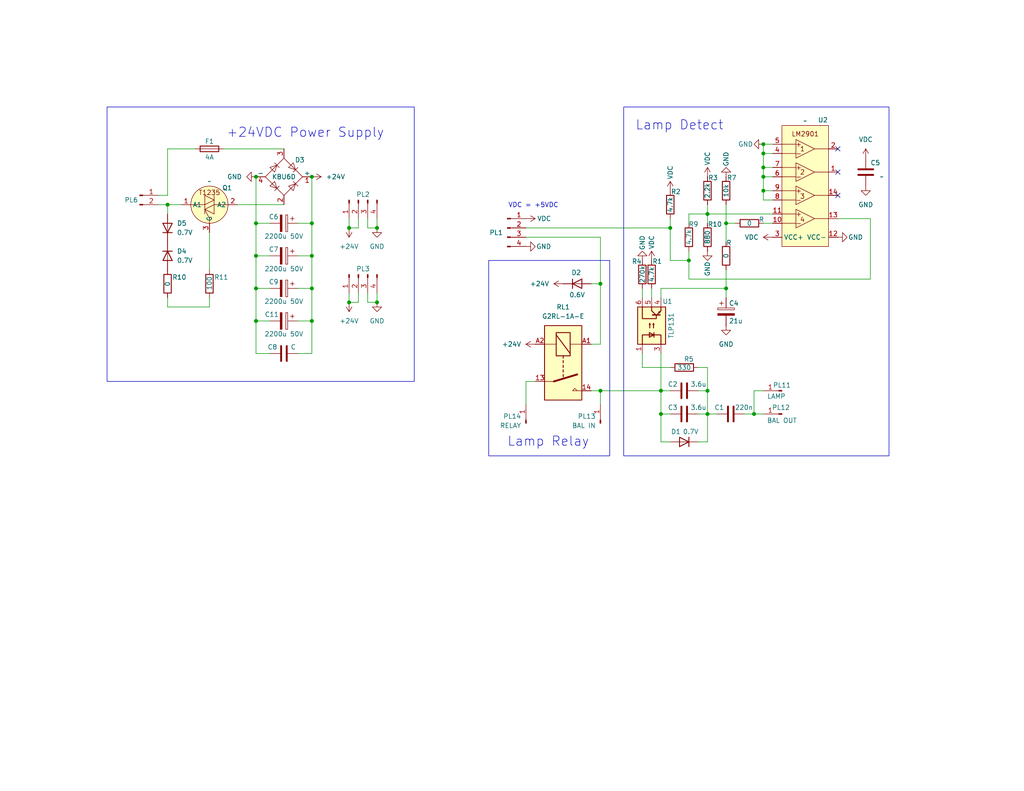
<source format=kicad_sch>
(kicad_sch (version 20231120) (generator "eeschema") (generator_version "8.0")
  (paper "USLetter")
  (title_block (title "smartMAC - Lamp Detect (62006024-A)") (date "2024-06-19") (rev "1") (company "Samtronix"))
  (lib_symbols
    (symbol "Connector:Conn_01x01_Pin" (pin_names (offset 1.016) hide)
      (property "Reference" "J" (at 0 2.54 0))
      (property "Value" "Conn_01x01_Pin" (at 0 -2.54 0))
      (symbol "Conn_01x01_Pin_1_1"
        (polyline (pts (xy 1.27 0) (xy 0.8636 0)) (stroke (width 0.1524)))
        (rectangle (start 0.8636 0.127) (end 0 -0.127) (stroke (width 0.1524)) (fill (type outline)))
        (pin passive line (at 5.08 0 180) (length 3.81) (name "Pin_1") (number "1"))
      )
    )
    (symbol "Connector:Conn_01x02_Pin" (pin_names (offset 1.016) hide)
      (property "Reference" "J" (at 0 2.54 0))
      (property "Value" "Conn_01x02_Pin" (at 0 -5.08 0))
      (symbol "Conn_01x02_Pin_1_1"
        (polyline (pts (xy 1.27 -2.54) (xy 0.8636 -2.54)) (stroke (width 0.1524)))
        (polyline (pts (xy 1.27 0) (xy 0.8636 0)) (stroke (width 0.1524)))
        (rectangle (start 0.8636 -2.413) (end 0 -2.667) (stroke (width 0.1524)) (fill (type outline)))
        (rectangle (start 0.8636 0.127) (end 0 -0.127) (stroke (width 0.1524)) (fill (type outline)))
        (pin passive line (at 5.08 0 180) (length 3.81) (name "Pin_1") (number "1"))
        (pin passive line (at 5.08 -2.54 180) (length 3.81) (name "Pin_2") (number "2"))
      )
    )
    (symbol "Connector:Conn_01x04_Pin" (pin_names (offset 1.016) hide)
      (property "Reference" "J" (at 0 5.08 0))
      (property "Value" "Conn_01x04_Pin" (at 0 -7.62 0))
      (symbol "Conn_01x04_Pin_1_1"
        (polyline (pts (xy 1.27 -5.08) (xy 0.8636 -5.08)) (stroke (width 0.1524)))
        (polyline (pts (xy 1.27 -2.54) (xy 0.8636 -2.54)) (stroke (width 0.1524)))
        (polyline (pts (xy 1.27 0) (xy 0.8636 0)) (stroke (width 0.1524)))
        (polyline (pts (xy 1.27 2.54) (xy 0.8636 2.54)) (stroke (width 0.1524)))
        (rectangle (start 0.8636 -4.953) (end 0 -5.207) (stroke (width 0.1524)) (fill (type outline)))
        (rectangle (start 0.8636 -2.413) (end 0 -2.667) (stroke (width 0.1524)) (fill (type outline)))
        (rectangle (start 0.8636 0.127) (end 0 -0.127) (stroke (width 0.1524)) (fill (type outline)))
        (rectangle (start 0.8636 2.667) (end 0 2.413) (stroke (width 0.1524)) (fill (type outline)))
        (pin passive line (at 5.08 2.54 180) (length 3.81) (name "Pin_1") (number "1"))
        (pin passive line (at 5.08 0 180) (length 3.81) (name "Pin_2") (number "2"))
        (pin passive line (at 5.08 -2.54 180) (length 3.81) (name "Pin_3") (number "3"))
        (pin passive line (at 5.08 -5.08 180) (length 3.81) (name "Pin_4") (number "4"))
      )
    )
    (symbol "Device:C" (pin_numbers hide) (pin_names (offset 0.254))
      (property "Reference" "C" (at 0.635 2.54 0))
      (property "Value" "C" (at 0.635 -2.54 0))
      (symbol "C_0_1"
        (polyline (pts (xy -2.032 -0.762) (xy 2.032 -0.762)) (stroke (width 0.508)))
        (polyline (pts (xy -2.032 0.762) (xy 2.032 0.762)) (stroke (width 0.508)))
      )
      (symbol "C_1_1"
        (pin passive line (at 0 3.81 270) (length 2.794) (name "~") (number "1"))
        (pin passive line (at 0 -3.81 90) (length 2.794) (name "~") (number "2"))
      )
    )
    (symbol "Device:C_Polarized" (pin_numbers hide) (pin_names (offset 0.254))
      (property "Reference" "C" (at 0.635 2.54 0))
      (property "Value" "C_Polarized" (at 0.635 -2.54 0))
      (symbol "C_Polarized_0_1"
        (rectangle (start -2.286 0.508) (end 2.286 1.016))
        (polyline (pts (xy -1.778 2.286) (xy -0.762 2.286)))
        (polyline (pts (xy -1.27 2.794) (xy -1.27 1.778)))
        (rectangle (start 2.286 -0.508) (end -2.286 -1.016) (fill (type outline)))
      )
      (symbol "C_Polarized_1_1"
        (pin passive line (at 0 3.81 270) (length 2.794) (name "~") (number "1"))
        (pin passive line (at 0 -3.81 90) (length 2.794) (name "~") (number "2"))
      )
    )
    (symbol "Device:D" (pin_numbers hide) (pin_names (offset 1.016) hide)
      (property "Reference" "D" (at 0 2.54 0))
      (property "Value" "D" (at 0 -2.54 0))
      (symbol "D_0_1"
        (polyline (pts (xy -1.27 1.27) (xy -1.27 -1.27)) (stroke (width 0.254)))
        (polyline (pts (xy 1.27 0) (xy -1.27 0)))
        (polyline (pts (xy 1.27 1.27) (xy 1.27 -1.27) (xy -1.27 0) (xy 1.27 1.27)) (stroke (width 0.254)))
      )
      (symbol "D_1_1"
        (pin passive line (at -3.81 0 0) (length 2.54) (name "K") (number "1"))
        (pin passive line (at 3.81 0 180) (length 2.54) (name "A") (number "2"))
      )
    )
    (symbol "Device:Fuse" (pin_numbers hide) (pin_names (offset 0))
      (property "Reference" "F" (at 2.032 0 90))
      (property "Value" "Fuse" (at -1.905 0 90))
      (symbol "Fuse_0_1"
        (rectangle (start -0.762 -2.54) (end 0.762 2.54) (stroke (width 0.254)))
        (polyline (pts (xy 0 2.54) (xy 0 -2.54)))
      )
      (symbol "Fuse_1_1"
        (pin passive line (at 0 3.81 270) (length 1.27) (name "~") (number "1"))
        (pin passive line (at 0 -3.81 90) (length 1.27) (name "~") (number "2"))
      )
    )
    (symbol "Device:R" (pin_numbers hide) (pin_names (offset 0))
      (property "Reference" "R" (at 2.032 0 90))
      (property "Value" "R" (at 0 0 90))
      (symbol "R_0_1"
        (rectangle (start -1.016 -2.54) (end 1.016 2.54) (stroke (width 0.254)))
      )
      (symbol "R_1_1"
        (pin passive line (at 0 3.81 270) (length 1.27) (name "~") (number "1"))
        (pin passive line (at 0 -3.81 90) (length 1.27) (name "~") (number "2"))
      )
    )
    (symbol "Diode_Bridge:KBU6D" (pin_names (offset 0))
      (property "Reference" "D" (at 2.54 6.985 0))
      (property "Value" "KBU6D" (at 2.54 5.08 0))
      (symbol "KBU6D_0_1"
        (polyline (pts (xy -2.54 3.81) (xy -1.27 2.54)))
        (polyline (pts (xy -1.27 -2.54) (xy -2.54 -3.81)))
        (polyline (pts (xy 2.54 -1.27) (xy 3.81 -2.54)))
        (polyline (pts (xy 2.54 1.27) (xy 3.81 2.54)))
        (polyline (pts (xy -3.81 2.54) (xy -2.54 1.27) (xy -1.905 3.175) (xy -3.81 2.54)))
        (polyline (pts (xy -2.54 -1.27) (xy -3.81 -2.54) (xy -1.905 -3.175) (xy -2.54 -1.27)))
        (polyline (pts (xy 1.27 2.54) (xy 2.54 3.81) (xy 3.175 1.905) (xy 1.27 2.54)))
        (polyline (pts (xy 3.175 -1.905) (xy 1.27 -2.54) (xy 2.54 -3.81) (xy 3.175 -1.905)))
        (polyline (pts (xy -5.08 0) (xy 0 -5.08) (xy 5.08 0) (xy 0 5.08) (xy -5.08 0)))
      )
      (symbol "KBU6D_1_1"
        (pin passive line (at 7.62 0 180) (length 2.54) (name "+") (number "1"))
        (pin passive line (at 0 -7.62 90) (length 2.54) (name "~") (number "2"))
        (pin passive line (at 0 7.62 270) (length 2.54) (name "~") (number "3"))
        (pin passive line (at -7.62 0 0) (length 2.54) (name "-") (number "4"))
      )
    )
    (symbol "Isolator:TLP131" (pin_names (offset 1.016))
      (property "Reference" "U" (at -5.207 4.826 0))
      (property "Value" "TLP131" (at -5.08 -5.08 0))
      (symbol "TLP131_0_1"
        (rectangle (start -5.08 3.81) (end 5.08 -3.81) (stroke (width 0.254)) (fill (type background)))
        (polyline (pts (xy -3.175 -0.635) (xy -1.905 -0.635)) (stroke (width 0.254)))
        (polyline (pts (xy 2.921 -1.397) (xy 4.064 -2.54)) (stroke (width 0.254)))
        (polyline (pts (xy 2.921 -1.143) (xy 4.064 0)) (stroke (width 0.254)))
        (polyline (pts (xy 4.064 -2.54) (xy 5.08 -2.54)) (stroke (width 0.254)))
        (polyline (pts (xy 5.08 0) (xy 4.064 0)) (stroke (width 0.254)))
        (polyline (pts (xy 2.921 -0.254) (xy 2.921 -2.286) (xy 2.921 -2.286)) (stroke (width 0.3556)))
        (polyline (pts (xy -5.08 -2.54) (xy -2.54 -2.54) (xy -2.54 2.54) (xy -5.08 2.54)) (stroke (width 0.254)))
        (polyline (pts (xy -2.54 -0.635) (xy -3.175 0.635) (xy -1.905 0.635) (xy -2.54 -0.635)) (stroke (width 0.254)))
        (polyline (pts (xy 2.921 -1.27) (xy 1.905 -1.27) (xy 1.905 2.54) (xy 5.08 2.54)) (stroke (width 0.254)))
        (polyline (pts (xy 3.937 -2.413) (xy 3.683 -1.905) (xy 3.429 -2.159) (xy 3.937 -2.413)) (stroke (width 0.254)))
        (polyline (pts (xy -0.635 -0.508) (xy 0.635 -0.508) (xy 0.254 -0.635) (xy 0.254 -0.381) (xy 0.635 -0.508)) (stroke (width 0.254)))
        (polyline (pts (xy -0.635 0.508) (xy 0.635 0.508) (xy 0.254 0.381) (xy 0.254 0.635) (xy 0.635 0.508)) (stroke (width 0.254)))
      )
      (symbol "TLP131_1_1"
        (pin passive line (at -7.62 2.54 0) (length 2.54) (name "~") (number "1"))
        (pin passive line (at -7.62 -2.54 0) (length 2.54) (name "~") (number "3"))
        (pin passive line (at 7.62 -2.54 180) (length 2.54) (name "~") (number "4"))
        (pin open_collector line (at 7.62 0 180) (length 2.54) (name "~") (number "5"))
        (pin passive line (at 7.62 2.54 180) (length 2.54) (name "~") (number "6"))
      )
    )
    (symbol "Relay:G2RL-1A-E"
      (property "Reference" "K" (at 11.43 3.81 0))
      (property "Value" "G2RL-1A-E" (at 11.43 1.27 0))
      (symbol "G2RL-1A-E_0_0"
        (polyline (pts (xy 7.62 5.08) (xy 7.62 2.54) (xy 6.985 3.175) (xy 7.62 3.81)))
      )
      (symbol "G2RL-1A-E_0_1"
        (rectangle (start -10.16 5.08) (end 10.16 -5.08) (stroke (width 0.254)) (fill (type background)))
        (rectangle (start -8.255 1.905) (end -1.905 -1.905) (stroke (width 0.254)))
        (polyline (pts (xy -7.62 -1.905) (xy -2.54 1.905)) (stroke (width 0.254)))
        (polyline (pts (xy -5.08 -5.08) (xy -5.08 -1.905)))
        (polyline (pts (xy -5.08 5.08) (xy -5.08 1.905)))
        (polyline (pts (xy -1.905 0) (xy -1.27 0)) (stroke (width 0.254)))
        (polyline (pts (xy -0.635 0) (xy 0 0)) (stroke (width 0.254)))
        (polyline (pts (xy 0.635 0) (xy 1.27 0)) (stroke (width 0.254)))
        (polyline (pts (xy 1.905 0) (xy 2.54 0)) (stroke (width 0.254)))
        (polyline (pts (xy 3.175 0) (xy 3.81 0)) (stroke (width 0.254)))
        (polyline (pts (xy 5.08 -2.54) (xy 3.175 3.81)) (stroke (width 0.508)))
        (polyline (pts (xy 5.08 -2.54) (xy 5.08 -5.08)))
      )
      (symbol "G2RL-1A-E_1_1"
        (pin passive line (at 5.08 -7.62 90) (length 2.54) (name "~") (number "13"))
        (pin passive line (at 7.62 7.62 270) (length 2.54) (name "~") (number "14"))
        (pin passive line (at -5.08 7.62 270) (length 2.54) (name "~") (number "A1"))
        (pin passive line (at -5.08 -7.62 90) (length 2.54) (name "~") (number "A2"))
      )
    )
    (symbol "power:+12V" (power) (pin_numbers hide) (pin_names (offset 0) hide)
      (property "Value" "+12V" (at 0 3.556 0))
      (symbol "+12V_0_1"
        (polyline (pts (xy -0.762 1.27) (xy 0 2.54)))
        (polyline (pts (xy 0 0) (xy 0 2.54)))
        (polyline (pts (xy 0 2.54) (xy 0.762 1.27)))
      )
      (symbol "+12V_1_1"
        (pin power_in line (at 0 0 90) (length 0) (name "~") (number "1"))
      )
    )
    (symbol "power:GND" (power) (pin_numbers hide) (pin_names (offset 0) hide)
      (property "Value" "GND" (at 0 -3.81 0))
      (symbol "GND_0_1"
        (polyline (pts (xy 0 0) (xy 0 -1.27) (xy 1.27 -1.27) (xy 0 -2.54) (xy -1.27 -1.27) (xy 0 -1.27)))
      )
      (symbol "GND_1_1"
        (pin power_in line (at 0 0 270) (length 0) (name "~") (number "1"))
      )
    )
    (symbol "power:VDC" (power) (pin_numbers hide) (pin_names (offset 0) hide)
      (property "Value" "VDC" (at 0 3.556 0))
      (symbol "VDC_0_1"
        (polyline (pts (xy -0.762 1.27) (xy 0 2.54)))
        (polyline (pts (xy 0 0) (xy 0 2.54)))
        (polyline (pts (xy 0 2.54) (xy 0.762 1.27)))
      )
      (symbol "VDC_1_1"
        (pin power_in line (at 0 0 90) (length 0) (name "~") (number "1"))
      )
    )
    (symbol "samtronix:LM2901"
      (property "Reference" "U" (at 4.064 18.034 0))
      (symbol "LM2901_1_1"
        (rectangle (start -6.35 16.51) (end 6.35 -16.51) (fill (type background)))
        (polyline (pts (xy -6.35 -10.16) (xy -2.54 -10.16)))
        (polyline (pts (xy -6.35 -7.62) (xy -2.54 -7.62)))
        (polyline (pts (xy -6.35 -3.81) (xy -2.54 -3.81)))
        (polyline (pts (xy -6.35 -1.27) (xy -2.54 -1.27)))
        (polyline (pts (xy -6.35 2.54) (xy -2.54 2.54)))
        (polyline (pts (xy -6.35 5.08) (xy -2.54 5.08)))
        (polyline (pts (xy -6.35 8.89) (xy -2.54 8.89)))
        (polyline (pts (xy -6.35 11.43) (xy -2.54 11.43)))
        (polyline (pts (xy 6.35 -8.89) (xy 2.54 -8.89)))
        (polyline (pts (xy 6.35 -2.54) (xy 2.54 -2.54)))
        (polyline (pts (xy 6.35 3.81) (xy 2.54 3.81)))
        (polyline (pts (xy 6.35 10.16) (xy 2.54 10.16)))
        (polyline (pts (xy -2.54 -6.35) (xy -2.54 -11.43) (xy 2.54 -8.89) (xy -2.54 -6.35)) (fill (type background)))
        (polyline (pts (xy -2.54 0) (xy -2.54 -5.08) (xy 2.54 -2.54) (xy -2.54 0)) (fill (type background)))
        (polyline (pts (xy -2.54 6.35) (xy -2.54 1.27) (xy 2.54 3.81) (xy -2.54 6.35)) (fill (type background)))
        (polyline (pts (xy -2.54 12.7) (xy -2.54 7.62) (xy 2.54 10.16) (xy -2.54 12.7)) (fill (type background)))
        (text "+" (at -1.778 -7.62 0) (effects (font (size 1.27 1.27))))
        (text "+" (at -1.778 -1.27 0) (effects (font (size 1.27 1.27))))
        (text "+" (at -1.778 5.08 0) (effects (font (size 1.27 1.27))))
        (text "+" (at -1.778 11.43 0) (effects (font (size 1.27 1.27))))
        (text "-" (at -1.778 -10.16 0) (effects (font (size 1.27 1.27))))
        (text "-" (at -1.778 -3.81 0) (effects (font (size 1.27 1.27))))
        (text "-" (at -1.778 2.54 0) (effects (font (size 1.27 1.27))))
        (text "-" (at -1.778 8.89 0) (effects (font (size 1.27 1.27))))
        (text "1" (at -0.762 10.16 0) (effects (font (size 1.27 1.27))))
        (text "2" (at -0.762 3.81 0) (effects (font (size 1.27 1.27))))
        (text "3" (at -0.762 -2.794 0) (effects (font (size 1.27 1.27))))
        (text "4" (at -0.762 -9.144 0) (effects (font (size 1.27 1.27))))
        (text "LM2901" (at 0 14.224 0) (effects (font (size 1.27 1.27))))
        (pin output line (at 8.89 3.81 180) (length 2.54) (name "") (number "1"))
        (pin input line (at -8.89 -10.16 0) (length 2.54) (name "") (number "10"))
        (pin input line (at -8.89 -7.62 0) (length 2.54) (name "") (number "11"))
        (pin power_in line (at 8.89 -13.97 180) (length 2.54) (name "VCC-") (number "12"))
        (pin output line (at 8.89 -8.89 180) (length 2.54) (name "") (number "13"))
        (pin output line (at 8.89 -2.54 180) (length 2.54) (name "") (number "14"))
        (pin output line (at 8.89 10.16 180) (length 2.54) (name "") (number "2"))
        (pin power_in line (at -8.89 -13.97 0) (length 2.54) (name "VCC+") (number "3"))
        (pin input line (at -8.89 8.89 0) (length 2.54) (name "") (number "4"))
        (pin input line (at -8.89 11.43 0) (length 2.54) (name "") (number "5"))
        (pin input line (at -8.89 2.54 0) (length 2.54) (name "") (number "6"))
        (pin input line (at -8.89 5.08 0) (length 2.54) (name "") (number "7"))
        (pin input line (at -8.89 -3.81 0) (length 2.54) (name "") (number "8"))
        (pin input line (at -8.89 -1.27 0) (length 2.54) (name "") (number "9"))
      )
    )
    (symbol "samtronix:T1235"
      (property "Reference" "Q" (at 4.572 4.826 0))
      (symbol "T1235_0_1"
        (polyline (pts (xy -5.08 0) (xy -1.27 0)))
        (polyline (pts (xy -1.27 0) (xy -1.27 -2.54)))
        (polyline (pts (xy 0 -5.08) (xy 0 -3.81)))
        (polyline (pts (xy 0 -3.81) (xy -1.27 -1.27)))
        (polyline (pts (xy 1.27 2.54) (xy 1.27 0)))
        (polyline (pts (xy 5.08 0) (xy 1.27 0)))
        (polyline (pts (xy -1.27 -1.27) (xy 1.27 0) (xy 1.27 -2.54) (xy -1.27 -1.27)))
        (polyline (pts (xy -1.27 2.54) (xy -1.27 0) (xy 1.27 1.27) (xy -1.27 2.54)))
      )
      (symbol "T1235_1_1"
        (circle (center 0 0) (radius 5.08) (fill (type background)))
        (text "T1235" (at 0 3.302 0) (effects (font (size 1.27 1.27))))
        (pin bidirectional line (at -7.62 0 0) (length 2.54) (name "A1") (number "1"))
        (pin bidirectional line (at 7.62 0 180) (length 2.54) (name "A2") (number "2"))
        (pin bidirectional line (at 0 -7.62 90) (length 2.54) (name "G") (number "3"))
      )
    )
  )
  (junction (at 180.34 113.03))
  (junction (at 208.28 52.07))
  (junction (at 69.85 78.74))
  (junction (at 208.28 45.72))
  (junction (at 95.25 82.55))
  (junction (at 208.28 39.37))
  (junction (at 163.83 77.47))
  (junction (at 85.09 78.74))
  (junction (at 85.09 69.85))
  (junction (at 208.28 41.91))
  (junction (at 95.25 62.23))
  (junction (at 205.74 113.03))
  (junction (at 198.12 60.96))
  (junction (at 85.09 48.26))
  (junction (at 187.96 71.12))
  (junction (at 208.28 48.26))
  (junction (at 193.04 113.03))
  (junction (at 102.87 82.55))
  (junction (at 45.72 55.88))
  (junction (at 85.09 60.96))
  (junction (at 102.87 62.23))
  (junction (at 163.83 106.68))
  (junction (at 69.85 69.85))
  (junction (at 182.88 62.23))
  (junction (at 180.34 106.68))
  (junction (at 198.12 78.74))
  (junction (at 193.04 58.42))
  (junction (at 69.85 87.63))
  (junction (at 69.85 60.96))
  (junction (at 85.09 87.63))
  (junction (at 69.85 48.26))
  (junction (at 193.04 106.68))
  (no_connect (at 228.6 46.99))
  (no_connect (at 228.6 40.64))
  (no_connect (at 228.6 53.34))
  (wire (pts (xy 210.82 41.91) (xy 208.28 41.91)))
  (wire (pts (xy 43.18 55.88) (xy 45.72 55.88)))
  (wire (pts (xy 146.05 104.14) (xy 143.51 104.14)))
  (wire (pts (xy 190.5 113.03) (xy 193.04 113.03)))
  (wire (pts (xy 208.28 52.07) (xy 208.28 54.61)))
  (wire (pts (xy 203.2 113.03) (xy 205.74 113.03)))
  (wire (pts (xy 161.29 93.98) (xy 163.83 93.98)))
  (wire (pts (xy 182.88 113.03) (xy 180.34 113.03)))
  (wire (pts (xy 95.25 80.01) (xy 95.25 82.55)))
  (wire (pts (xy 187.96 71.12) (xy 187.96 68.58)))
  (wire (pts (xy 187.96 60.96) (xy 187.96 58.42)))
  (wire (pts (xy 85.09 69.85) (xy 85.09 78.74)))
  (wire (pts (xy 97.79 59.69) (xy 97.79 62.23)))
  (wire (pts (xy 180.34 120.65) (xy 180.34 113.03)))
  (wire (pts (xy 180.34 113.03) (xy 180.34 106.68)))
  (wire (pts (xy 81.28 96.52) (xy 85.09 96.52)))
  (wire (pts (xy 205.74 113.03) (xy 208.28 113.03)))
  (wire (pts (xy 210.82 45.72) (xy 208.28 45.72)))
  (wire (pts (xy 81.28 78.74) (xy 85.09 78.74)))
  (wire (pts (xy 69.85 69.85) (xy 69.85 78.74)))
  (wire (pts (xy 81.28 60.96) (xy 85.09 60.96)))
  (wire (pts (xy 182.88 120.65) (xy 180.34 120.65)))
  (wire (pts (xy 69.85 69.85) (xy 73.66 69.85)))
  (wire (pts (xy 180.34 96.52) (xy 180.34 106.68)))
  (wire (pts (xy 190.5 120.65) (xy 193.04 120.65)))
  (wire (pts (xy 69.85 60.96) (xy 73.66 60.96)))
  (wire (pts (xy 208.28 52.07) (xy 208.28 48.26)))
  (wire (pts (xy 60.96 40.64) (xy 77.47 40.64)))
  (wire (pts (xy 100.33 62.23) (xy 102.87 62.23)))
  (wire (pts (xy 198.12 55.88) (xy 198.12 60.96)))
  (wire (pts (xy 187.96 71.12) (xy 187.96 76.2)))
  (wire (pts (xy 208.28 60.96) (xy 210.82 60.96)))
  (wire (pts (xy 187.96 76.2) (xy 237.49 76.2)))
  (wire (pts (xy 45.72 40.64) (xy 53.34 40.64)))
  (wire (pts (xy 57.15 63.5) (xy 57.15 73.66)))
  (wire (pts (xy 182.88 59.69) (xy 182.88 62.23)))
  (wire (pts (xy 45.72 81.28) (xy 45.72 83.82)))
  (wire (pts (xy 208.28 39.37) (xy 210.82 39.37)))
  (wire (pts (xy 45.72 40.64) (xy 45.72 53.34)))
  (wire (pts (xy 163.83 106.68) (xy 180.34 106.68)))
  (wire (pts (xy 161.29 106.68) (xy 163.83 106.68)))
  (wire (pts (xy 81.28 69.85) (xy 85.09 69.85)))
  (wire (pts (xy 180.34 78.74) (xy 180.34 81.28)))
  (wire (pts (xy 198.12 60.96) (xy 198.12 66.04)))
  (wire (pts (xy 102.87 80.01) (xy 102.87 82.55)))
  (wire (pts (xy 45.72 83.82) (xy 57.15 83.82)))
  (wire (pts (xy 45.72 55.88) (xy 49.53 55.88)))
  (wire (pts (xy 182.88 100.33) (xy 175.26 100.33)))
  (wire (pts (xy 205.74 106.68) (xy 205.74 113.03)))
  (wire (pts (xy 45.72 55.88) (xy 45.72 58.42)))
  (wire (pts (xy 85.09 78.74) (xy 85.09 87.63)))
  (wire (pts (xy 198.12 78.74) (xy 198.12 73.66)))
  (wire (pts (xy 64.77 55.88) (xy 77.47 55.88)))
  (wire (pts (xy 237.49 59.69) (xy 237.49 76.2)))
  (wire (pts (xy 175.26 81.28) (xy 175.26 78.74)))
  (wire (pts (xy 97.79 82.55) (xy 95.25 82.55)))
  (wire (pts (xy 69.85 78.74) (xy 69.85 87.63)))
  (wire (pts (xy 187.96 58.42) (xy 193.04 58.42)))
  (wire (pts (xy 97.79 62.23) (xy 95.25 62.23)))
  (wire (pts (xy 143.51 62.23) (xy 182.88 62.23)))
  (wire (pts (xy 85.09 96.52) (xy 85.09 87.63)))
  (wire (pts (xy 208.28 106.68) (xy 205.74 106.68)))
  (wire (pts (xy 193.04 113.03) (xy 195.58 113.03)))
  (wire (pts (xy 228.6 59.69) (xy 237.49 59.69)))
  (wire (pts (xy 193.04 55.88) (xy 193.04 58.42)))
  (wire (pts (xy 100.33 82.55) (xy 102.87 82.55)))
  (wire (pts (xy 182.88 62.23) (xy 182.88 71.12)))
  (wire (pts (xy 208.28 41.91) (xy 208.28 39.37)))
  (wire (pts (xy 43.18 53.34) (xy 45.72 53.34)))
  (wire (pts (xy 193.04 120.65) (xy 193.04 113.03)))
  (wire (pts (xy 198.12 60.96) (xy 200.66 60.96)))
  (wire (pts (xy 190.5 106.68) (xy 193.04 106.68)))
  (wire (pts (xy 210.82 52.07) (xy 208.28 52.07)))
  (wire (pts (xy 85.09 60.96) (xy 85.09 69.85)))
  (wire (pts (xy 69.85 78.74) (xy 73.66 78.74)))
  (wire (pts (xy 190.5 100.33) (xy 193.04 100.33)))
  (wire (pts (xy 208.28 45.72) (xy 208.28 41.91)))
  (wire (pts (xy 161.29 77.47) (xy 163.83 77.47)))
  (wire (pts (xy 208.28 48.26) (xy 208.28 45.72)))
  (wire (pts (xy 175.26 100.33) (xy 175.26 96.52)))
  (wire (pts (xy 85.09 87.63) (xy 81.28 87.63)))
  (wire (pts (xy 193.04 58.42) (xy 210.82 58.42)))
  (wire (pts (xy 85.09 48.26) (xy 85.09 60.96)))
  (wire (pts (xy 97.79 80.01) (xy 97.79 82.55)))
  (wire (pts (xy 163.83 93.98) (xy 163.83 77.47)))
  (wire (pts (xy 100.33 59.69) (xy 100.33 62.23)))
  (wire (pts (xy 210.82 48.26) (xy 208.28 48.26)))
  (wire (pts (xy 208.28 54.61) (xy 210.82 54.61)))
  (wire (pts (xy 69.85 87.63) (xy 73.66 87.63)))
  (wire (pts (xy 73.66 96.52) (xy 69.85 96.52)))
  (wire (pts (xy 182.88 71.12) (xy 187.96 71.12)))
  (wire (pts (xy 180.34 78.74) (xy 198.12 78.74)))
  (wire (pts (xy 177.8 78.74) (xy 177.8 81.28)))
  (wire (pts (xy 69.85 87.63) (xy 69.85 96.52)))
  (wire (pts (xy 193.04 100.33) (xy 193.04 106.68)))
  (wire (pts (xy 163.83 106.68) (xy 163.83 110.49)))
  (wire (pts (xy 69.85 48.26) (xy 69.85 60.96)))
  (wire (pts (xy 198.12 78.74) (xy 198.12 81.28)))
  (wire (pts (xy 193.04 58.42) (xy 193.04 60.96)))
  (wire (pts (xy 95.25 59.69) (xy 95.25 62.23)))
  (wire (pts (xy 69.85 60.96) (xy 69.85 69.85)))
  (wire (pts (xy 102.87 59.69) (xy 102.87 62.23)))
  (wire (pts (xy 57.15 81.28) (xy 57.15 83.82)))
  (wire (pts (xy 180.34 106.68) (xy 182.88 106.68)))
  (wire (pts (xy 163.83 64.77) (xy 143.51 64.77)))
  (wire (pts (xy 193.04 106.68) (xy 193.04 113.03)))
  (wire (pts (xy 143.51 104.14) (xy 143.51 110.49)))
  (wire (pts (xy 163.83 64.77) (xy 163.83 77.47)))
  (wire (pts (xy 100.33 80.01) (xy 100.33 82.55)))
  (rectangle (start 113.03 91.44) (end 113.03 91.44))
  (rectangle (start 133.35 71.12) (end 166.37 124.46))
  (rectangle (start 170.18 29.21) (end 242.57 124.46))
  (rectangle (start 29.21 29.21) (end 113.03 104.14))
  (text "Lamp Relay" (at 149.606 120.65 0) (effects (font (size 2.54 2.54))))
  (text "Lamp Detect" (at 185.42 34.29 0) (effects (font (size 2.54 2.54))))
  (text "VDC = +5VDC" (at 145.542 56.134 0) (effects (font (size 1.27 1.27))))
  (text "+24VDC Power Supply" (at 83.312 36.322 0) (effects (font (size 2.54 2.54))))
  (symbol (lib_id "Connector:Conn_01x01_Pin") (at 213.36 106.68 180) (unit 1)
    (property "Reference" "PL11" (at 213.36 105.156 0))
    (property "Value" "LAMP" (at 211.836 108.204 0))
    (property "Description" "Generic connector, single row, 01x01, script generated" (effects (hide yes)))
  )
  (symbol (lib_id "power:VDC") (at 193.04 48.26 0) (unit 1)
    (property "Reference" "#PWR021" (effects (hide yes)))
    (property "Value" "VDC" (at 193.04 45.212 90) (effects (justify left)))
    (property "Description" "Power symbol creates a global label with name \"VDC\"" (effects (hide yes)))
  )
  (symbol (lib_id "Connector:Conn_01x01_Pin") (at 163.83 115.57 270) (mirror x) (unit 1)
    (property "Reference" "PL13" (at 162.56 113.6649 90) (effects (justify right)))
    (property "Value" "BAL IN" (at 162.56 116.2049 90) (effects (justify right)))
    (property "Description" "Generic connector, single row, 01x01, script generated" (effects (hide yes)))
  )
  (symbol (lib_id "Device:D") (at 45.72 62.23 90) (unit 1)
    (property "Reference" "D5" (at 48.26 60.9599 90) (effects (justify right)))
    (property "Value" "0.7V" (at 48.26 63.4999 90) (effects (justify right)))
    (property "Description" "Diode" (effects (hide yes)))
    (property "Sim.Device" "D" (effects (hide yes)))
    (property "Sim.Pins" "1=K 2=A" (effects (hide yes)))
  )
  (symbol (lib_id "Device:D") (at 157.48 77.47 0) (unit 1)
    (property "Reference" "D2" (at 157.226 74.422 0))
    (property "Value" "0.6V" (at 157.48 80.518 0))
    (property "Description" "Diode" (effects (hide yes)))
    (property "Sim.Device" "D" (effects (hide yes)))
    (property "Sim.Pins" "1=K 2=A" (effects (hide yes)))
  )
  (symbol (lib_id "Connector:Conn_01x01_Pin") (at 143.51 115.57 270) (mirror x) (unit 1)
    (property "Reference" "PL14" (at 142.24 113.6649 90) (effects (justify right)))
    (property "Value" "RELAY" (at 142.24 116.2049 90) (effects (justify right)))
    (property "Description" "Generic connector, single row, 01x01, script generated" (effects (hide yes)))
  )
  (symbol (lib_id "Device:C_Polarized") (at 77.47 60.96 270) (unit 1)
    (property "Reference" "C6" (at 74.676 59.182 90))
    (property "Value" "2200u 50V" (at 77.47 64.516 90))
    (property "Description" "Polarized capacitor" (effects (hide yes)))
  )
  (symbol (lib_id "samtronix:LM2901") (at 219.71 50.8 0) (unit 1)
    (property "Reference" "U2" (at 224.536 32.766 0))
    (property "Value" "~" (at 219.71 33.02 0))
  )
  (symbol (lib_id "Device:R") (at 204.47 60.96 90) (unit 1)
    (property "Reference" "R" (at 207.772 59.944 90))
    (property "Value" "0" (at 204.47 60.96 90))
    (property "Description" "Resistor" (effects (hide yes)))
  )
  (symbol (lib_id "power:+12V") (at 95.25 82.55 180) (unit 1)
    (property "Reference" "#PWR05" (effects (hide yes)))
    (property "Value" "+24V" (at 95.25 87.63 0))
    (property "Description" "Power symbol creates a global label with name \"+12V\"" (effects (hide yes)))
  )
  (symbol (lib_id "Device:R") (at 198.12 69.85 180) (unit 1)
    (property "Reference" "R" (at 198.882 66.294 0))
    (property "Value" "0" (at 198.12 69.85 90))
    (property "Description" "Resistor" (effects (hide yes)))
  )
  (symbol (lib_id "power:GND") (at 228.6 64.77 90) (unit 1)
    (property "Reference" "#PWR016" (effects (hide yes)))
    (property "Value" "GND" (at 231.394 64.77 90) (effects (justify right)))
    (property "Description" "Power symbol creates a global label with name \"GND\" , ground" (effects (hide yes)))
  )
  (symbol (lib_id "power:GND") (at 143.51 67.31 90) (unit 1)
    (property "Reference" "#PWR019" (effects (hide yes)))
    (property "Value" "GND" (at 146.304 67.31 90) (effects (justify right)))
    (property "Description" "Power symbol creates a global label with name \"GND\" , ground" (effects (hide yes)))
  )
  (symbol (lib_id "Connector:Conn_01x04_Pin") (at 97.79 74.93 90) (mirror x) (unit 1)
    (property "Reference" "PL3" (at 99.06 73.406 90))
    (property "Value" "Conn_01x04_Pin" (effects (hide yes)))
    (property "Description" "Generic connector, single row, 01x04, script generated" (effects (hide yes)))
  )
  (symbol (lib_id "Device:C") (at 199.39 113.03 90) (unit 1)
    (property "Reference" "C1" (at 197.612 111.252 90) (effects (justify left)))
    (property "Value" "220n" (at 205.486 111.252 90) (effects (justify left)))
    (property "Description" "Unpolarized capacitor" (effects (hide yes)))
  )
  (symbol (lib_id "power:GND") (at 198.12 48.26 180) (unit 1)
    (property "Reference" "#PWR018" (effects (hide yes)))
    (property "Value" "GND" (at 198.12 45.466 90) (effects (justify right)))
    (property "Description" "Power symbol creates a global label with name \"GND\" , ground" (effects (hide yes)))
  )
  (symbol (lib_id "Diode_Bridge:KBU6D") (at 77.47 48.26 0) (unit 1)
    (property "Reference" "D3" (at 81.788 43.688 0))
    (property "Value" "KBU6D" (at 77.47 48.26 0))
    (property "Footprint" "Diode_THT:Diode_Bridge_Vishay_KBU" (effects (hide yes)))
    (property "Datasheet" "http://www.vishay.com/docs/88656/kbu6.pdf" (effects (hide yes)))
    (property "Description" "Single-Phase Bridge Rectifier, 140V Vrms, 6.0A If, KBU package" (effects (hide yes)))
  )
  (symbol (lib_id "power:VDC") (at 177.8 71.12 0) (unit 1)
    (property "Reference" "#PWR022" (effects (hide yes)))
    (property "Value" "VDC" (at 177.8 68.072 90) (effects (justify left)))
    (property "Description" "Power symbol creates a global label with name \"VDC\"" (effects (hide yes)))
  )
  (symbol (lib_id "Connector:Conn_01x04_Pin") (at 138.43 62.23 0) (unit 1)
    (property "Reference" "PL1" (at 135.382 63.5 0))
    (property "Value" "Conn_01x04_Pin" (effects (hide yes)))
    (property "Description" "Generic connector, single row, 01x04, script generated" (effects (hide yes)))
  )
  (symbol (lib_id "Device:R") (at 57.15 77.47 0) (unit 1)
    (property "Reference" "R11" (at 58.42 75.692 0) (effects (justify left)))
    (property "Value" "100" (at 57.15 79.248 90) (effects (justify left)))
    (property "Description" "Resistor" (effects (hide yes)))
  )
  (symbol (lib_id "power:VDC") (at 210.82 64.77 90) (unit 1)
    (property "Reference" "#PWR09" (effects (hide yes)))
    (property "Value" "VDC" (at 207.01 64.7699 90) (effects (justify left)))
    (property "Description" "Power symbol creates a global label with name \"VDC\"" (effects (hide yes)))
  )
  (symbol (lib_id "power:GND") (at 198.12 88.9 0) (unit 1)
    (property "Reference" "#PWR014" (effects (hide yes)))
    (property "Value" "GND" (at 198.12 93.98 0))
    (property "Description" "Power symbol creates a global label with name \"GND\" , ground" (effects (hide yes)))
  )
  (symbol (lib_id "Device:R") (at 193.04 52.07 0) (unit 1)
    (property "Reference" "R3" (at 194.564 48.514 0))
    (property "Value" "2.2k" (at 193.04 52.07 90))
    (property "Description" "Resistor" (effects (hide yes)))
  )
  (symbol (lib_id "power:GND") (at 102.87 82.55 0) (unit 1)
    (property "Reference" "#PWR06" (effects (hide yes)))
    (property "Value" "GND" (at 102.87 87.63 0))
    (property "Description" "Power symbol creates a global label with name \"GND\" , ground" (effects (hide yes)))
  )
  (symbol (lib_id "Device:C_Polarized") (at 77.47 87.63 270) (unit 1)
    (property "Reference" "C11" (at 74.168 85.852 90))
    (property "Value" "2200u 50V" (at 77.47 91.186 90))
    (property "Description" "Polarized capacitor" (effects (hide yes)))
  )
  (symbol (lib_id "power:VDC") (at 143.51 59.69 270) (unit 1)
    (property "Reference" "#PWR07" (effects (hide yes)))
    (property "Value" "VDC" (at 146.558 59.69 90) (effects (justify left)))
    (property "Description" "Power symbol creates a global label with name \"VDC\"" (effects (hide yes)))
  )
  (symbol (lib_id "Device:Fuse") (at 57.15 40.64 90) (unit 1)
    (property "Reference" "F1" (at 57.15 38.608 90))
    (property "Value" "4A" (at 57.15 42.926 90))
    (property "Description" "Fuse" (effects (hide yes)))
  )
  (symbol (lib_id "Device:C") (at 77.47 96.52 90) (unit 1)
    (property "Reference" "C8" (at 75.692 94.742 90) (effects (justify left)))
    (property "Value" "C" (at 80.772 94.742 90) (effects (justify left)))
    (property "Description" "Unpolarized capacitor" (effects (hide yes)))
  )
  (symbol (lib_id "Device:D") (at 186.69 120.65 180) (unit 1)
    (property "Reference" "D1" (at 184.404 117.856 0))
    (property "Value" "0.7V" (at 188.468 117.856 0))
    (property "Description" "Diode" (effects (hide yes)))
    (property "Sim.Device" "D" (effects (hide yes)))
    (property "Sim.Pins" "1=K 2=A" (effects (hide yes)))
  )
  (symbol (lib_id "power:+12V") (at 95.25 62.23 180) (unit 1)
    (property "Reference" "#PWR03" (effects (hide yes)))
    (property "Value" "+24V" (at 95.25 67.31 0))
    (property "Description" "Power symbol creates a global label with name \"+12V\"" (effects (hide yes)))
  )
  (symbol (lib_id "Device:R") (at 182.88 55.88 180) (unit 1)
    (property "Reference" "R2" (at 184.404 52.324 0))
    (property "Value" "4.7k" (at 182.88 55.88 90))
    (property "Description" "Resistor" (effects (hide yes)))
  )
  (symbol (lib_id "Device:R") (at 193.04 64.77 180) (unit 1)
    (property "Reference" "R10" (at 195.072 61.214 0))
    (property "Value" "880" (at 193.04 64.77 90))
    (property "Description" "Resistor" (effects (hide yes)))
  )
  (symbol (lib_id "Device:C") (at 236.22 46.99 0) (unit 1)
    (property "Reference" "C5" (at 237.49 44.45 0) (effects (justify left)))
    (property "Value" "~" (at 240.03 48.2599 0) (effects (justify left)))
    (property "Description" "Unpolarized capacitor" (effects (hide yes)))
  )
  (symbol (lib_id "power:GND") (at 69.85 48.26 270) (unit 1)
    (property "Reference" "#PWR02" (effects (hide yes)))
    (property "Value" "GND" (at 66.04 48.2599 90) (effects (justify right)))
    (property "Description" "Power symbol creates a global label with name \"GND\" , ground" (effects (hide yes)))
  )
  (symbol (lib_id "Device:R") (at 45.72 77.47 0) (unit 1)
    (property "Reference" "R10" (at 46.99 75.692 0) (effects (justify left)))
    (property "Value" "0" (at 45.72 78.232 90) (effects (justify left)))
    (property "Description" "Resistor" (effects (hide yes)))
  )
  (symbol (lib_id "power:GND") (at 208.28 39.37 270) (unit 1)
    (property "Reference" "#PWR017" (effects (hide yes)))
    (property "Value" "GND" (at 205.486 39.37 90) (effects (justify right)))
    (property "Description" "Power symbol creates a global label with name \"GND\" , ground" (effects (hide yes)))
  )
  (symbol (lib_id "Device:R") (at 186.69 100.33 90) (unit 1)
    (property "Reference" "R5" (at 187.96 98.044 90))
    (property "Value" "330" (at 186.69 100.33 90))
    (property "Description" "Resistor" (effects (hide yes)))
  )
  (symbol (lib_id "Device:R") (at 177.8 74.93 180) (unit 1)
    (property "Reference" "R1" (at 179.324 71.374 0))
    (property "Value" "4.7k" (at 177.8 74.93 90))
    (property "Description" "Resistor" (effects (hide yes)))
  )
  (symbol (lib_id "Device:D") (at 45.72 69.85 270) (unit 1)
    (property "Reference" "D4" (at 48.26 68.5799 90) (effects (justify left)))
    (property "Value" "0.7V" (at 48.26 71.1199 90) (effects (justify left)))
    (property "Description" "Diode" (effects (hide yes)))
    (property "Sim.Device" "D" (effects (hide yes)))
    (property "Sim.Pins" "1=K 2=A" (effects (hide yes)))
  )
  (symbol (lib_id "Device:R") (at 187.96 64.77 180) (unit 1)
    (property "Reference" "R9" (at 189.23 61.214 0))
    (property "Value" "4.7k" (at 187.96 64.77 90))
    (property "Description" "Resistor" (effects (hide yes)))
  )
  (symbol (lib_id "Device:R") (at 175.26 74.93 180) (unit 1)
    (property "Reference" "R4" (at 173.736 71.374 0))
    (property "Value" "270k" (at 175.26 74.93 90))
    (property "Description" "Resistor" (effects (hide yes)))
  )
  (symbol (lib_id "Device:C_Polarized") (at 77.47 78.74 270) (unit 1)
    (property "Reference" "C9" (at 74.676 76.962 90))
    (property "Value" "2200u 50V" (at 77.47 82.296 90))
    (property "Description" "Polarized capacitor" (effects (hide yes)))
  )
  (symbol (lib_id "Device:C_Polarized") (at 77.47 69.85 270) (unit 1)
    (property "Reference" "C7" (at 74.676 68.072 90))
    (property "Value" "2200u 50V" (at 77.47 73.406 90))
    (property "Description" "Polarized capacitor" (effects (hide yes)))
  )
  (symbol (lib_id "power:+12V") (at 153.67 77.47 90) (unit 1)
    (property "Reference" "#PWR012" (effects (hide yes)))
    (property "Value" "+24V" (at 149.86 77.4699 90) (effects (justify left)))
    (property "Description" "Power symbol creates a global label with name \"+12V\"" (effects (hide yes)))
  )
  (symbol (lib_id "power:+12V") (at 146.05 93.98 90) (unit 1)
    (property "Reference" "#PWR011" (effects (hide yes)))
    (property "Value" "+24V" (at 142.24 93.9799 90) (effects (justify left)))
    (property "Description" "Power symbol creates a global label with name \"+12V\"" (effects (hide yes)))
  )
  (symbol (lib_id "samtronix:T1235") (at 57.15 55.88 0) (unit 1)
    (property "Reference" "Q1" (at 61.976 51.308 0))
    (property "Value" "~" (at 57.15 49.53 0))
  )
  (symbol (lib_id "Connector:Conn_01x04_Pin") (at 97.79 54.61 90) (mirror x) (unit 1)
    (property "Reference" "PL2" (at 99.06 53.086 90))
    (property "Value" "Conn_01x04_Pin" (effects (hide yes)))
    (property "Description" "Generic connector, single row, 01x04, script generated" (effects (hide yes)))
  )
  (symbol (lib_id "power:GND") (at 193.04 68.58 0) (unit 1)
    (property "Reference" "#PWR013" (effects (hide yes)))
    (property "Value" "GND" (at 193.04 71.374 90) (effects (justify right)))
    (property "Description" "Power symbol creates a global label with name \"GND\" , ground" (effects (hide yes)))
  )
  (symbol (lib_id "power:GND") (at 175.26 71.12 180) (unit 1)
    (property "Reference" "#PWR015" (effects (hide yes)))
    (property "Value" "GND" (at 175.26 68.326 90) (effects (justify right)))
    (property "Description" "Power symbol creates a global label with name \"GND\" , ground" (effects (hide yes)))
  )
  (symbol (lib_id "Connector:Conn_01x01_Pin") (at 213.36 113.03 180) (unit 1)
    (property "Reference" "PL12" (at 213.106 111.252 0))
    (property "Value" "BAL OUT" (at 213.36 114.808 0))
    (property "Description" "Generic connector, single row, 01x01, script generated" (effects (hide yes)))
  )
  (symbol (lib_id "power:GND") (at 236.22 50.8 0) (unit 1)
    (property "Reference" "#PWR010" (effects (hide yes)))
    (property "Value" "GND" (at 236.22 55.88 0))
    (property "Description" "Power symbol creates a global label with name \"GND\" , ground" (effects (hide yes)))
  )
  (symbol (lib_id "Device:C") (at 186.69 113.03 90) (unit 1)
    (property "Reference" "C3" (at 184.912 111.252 90) (effects (justify left)))
    (property "Value" "3.6u" (at 192.786 111.252 90) (effects (justify left)))
    (property "Description" "Unpolarized capacitor" (effects (hide yes)))
  )
  (symbol (lib_id "power:VDC") (at 182.88 52.07 0) (unit 1)
    (property "Reference" "#PWR020" (effects (hide yes)))
    (property "Value" "VDC" (at 182.88 49.022 90) (effects (justify left)))
    (property "Description" "Power symbol creates a global label with name \"VDC\"" (effects (hide yes)))
  )
  (symbol (lib_id "Device:C_Polarized") (at 198.12 85.09 0) (unit 1)
    (property "Reference" "C4" (at 198.882 82.804 0) (effects (justify left)))
    (property "Value" "21u" (at 198.882 87.63 0) (effects (justify left)))
    (property "Description" "Polarized capacitor" (effects (hide yes)))
  )
  (symbol (lib_id "power:+12V") (at 85.09 48.26 270) (unit 1)
    (property "Reference" "#PWR01" (effects (hide yes)))
    (property "Value" "+24V" (at 88.9 48.2599 90) (effects (justify left)))
    (property "Description" "Power symbol creates a global label with name \"+12V\"" (effects (hide yes)))
  )
  (symbol (lib_id "Device:C") (at 186.69 106.68 90) (unit 1)
    (property "Reference" "C2" (at 184.912 104.902 90) (effects (justify left)))
    (property "Value" "3.6u" (at 192.786 104.902 90) (effects (justify left)))
    (property "Description" "Unpolarized capacitor" (effects (hide yes)))
  )
  (symbol (lib_id "Connector:Conn_01x02_Pin") (at 38.1 53.34 0) (unit 1)
    (property "Reference" "PL6" (at 35.814 54.61 0))
    (property "Value" "Conn_01x02_Pin" (effects (hide yes)))
    (property "Description" "Generic connector, single row, 01x02, script generated" (effects (hide yes)))
  )
  (symbol (lib_id "Relay:G2RL-1A-E") (at 153.67 99.06 270) (unit 1)
    (property "Reference" "RL1" (at 153.67 83.82 90))
    (property "Value" "G2RL-1A-E" (at 153.67 86.36 90))
    (property "Footprint" "Relay_THT:Relay_SPST_Omron_G2RL-1A-E" (effects (hide yes)))
    (property "Datasheet" "https://omronfs.omron.com/en_US/ecb/products/pdf/en-g2rl.pdf" (effects (hide yes)))
    (property "Description" "General Purpose Low Profile Relay SPST Through Hole High Capacity, Omron G2RL series, Normally Open, 16A 250VAC" (effects (hide yes)))
  )
  (symbol (lib_id "Isolator:TLP131") (at 177.8 88.9 90) (unit 1)
    (property "Reference" "U1" (at 182.118 82.296 90))
    (property "Value" "TLP131" (at 183.134 88.9 0))
    (property "Footprint" "Package_SO:MFSOP6-5_4.4x3.6mm_P1.27mm" (effects (hide yes)))
    (property "Datasheet" "https://toshiba.semicon-storage.com/info/docget.jsp?did=16742&prodName=TLP131" (effects (hide yes)))
    (property "Description" "DC Optocoupler Base Connected, Vce 80V, CTR 50-200%, MFSOP6" (effects (hide yes)))
  )
  (symbol (lib_id "Device:R") (at 198.12 52.07 180) (unit 1)
    (property "Reference" "R7" (at 199.644 48.514 0))
    (property "Value" "10k" (at 198.12 52.07 90))
    (property "Description" "Resistor" (effects (hide yes)))
  )
  (symbol (lib_id "power:VDC") (at 236.22 43.18 0) (unit 1)
    (property "Reference" "#PWR08" (effects (hide yes)))
    (property "Value" "VDC" (at 236.22 38.1 0))
    (property "Description" "Power symbol creates a global label with name \"VDC\"" (effects (hide yes)))
  )
  (symbol (lib_id "power:GND") (at 102.87 62.23 0) (unit 1)
    (property "Reference" "#PWR04" (effects (hide yes)))
    (property "Value" "GND" (at 102.87 67.31 0))
    (property "Description" "Power symbol creates a global label with name \"GND\" , ground" (effects (hide yes)))
  )
)
</source>
